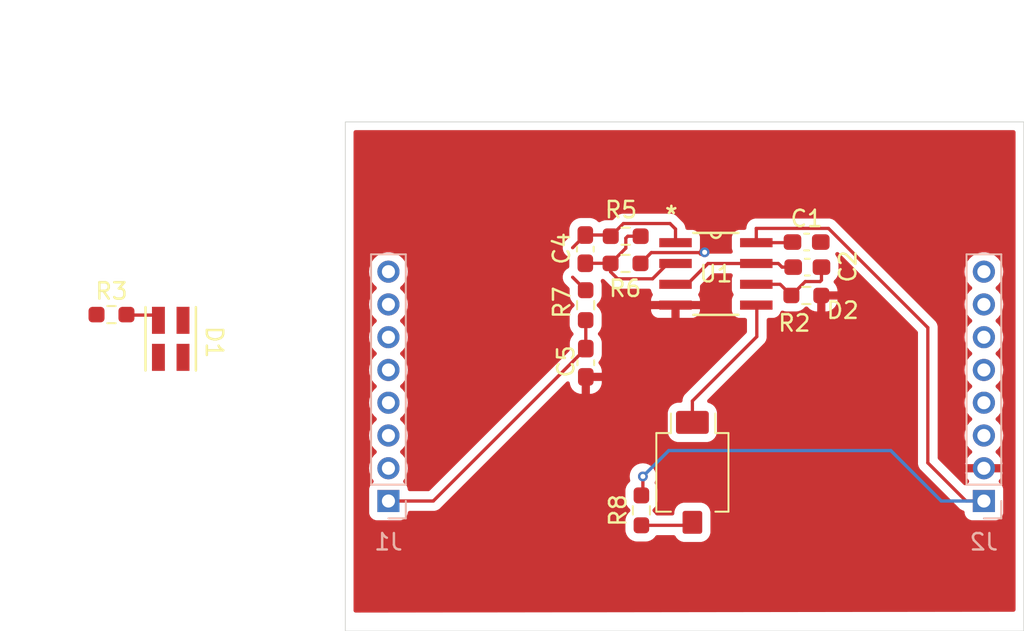
<source format=kicad_pcb>
(kicad_pcb (version 20240108) (generator "pcbnew") (generator_version "8.0")
  (layers (0 "F.Cu" signal) (31 "B.Cu" signal) (34 "B.Paste" user) (35 "F.Paste" user) (36 "B.SilkS" user "B.Silkscreen") (37 "F.SilkS" user "F.Silkscreen") (38 "B.Mask" user) (39 "F.Mask" user) (44 "Edge.Cuts" user))
  (net 0 "")
  (net 1 "GND")
  (net 2 "SDA")
  (net 4 "+3.3V")
  (net 5 "SCL")
  (net 6 "OUT")
  (net 8 "Net-(U1A-+)")
  (net 9 "PWM")
  (net 10 "Net-(U1B--)")
  (net 11 "Net-(U1A--)")
  (net 12 "Net-(C4-Pad1)")
  (net 13 "PPG_IN")
  (net 14 "Net-(D1-A)")
  (net 15 "Net-(D2-K)")
  (net 20 "ADC_IN_6")
  (net 21 "ADC_IN_7")
  (net 22 "Temper")
  (net 23 "ADC_IN_8")
  (footprint "ALL_FOOTRPINTS:SFH4250S_2P9X3P4_OSR" (layer "F.Cu") (at 33.5103 106.14 -90)
    (property "Reference" "D1" (at 0.1997 -2.66 -90) (layer "F.SilkS"))
    (property "Value" "LED")
    (fp_line (start -1.9304 1.5367) (end 1.9304 1.5367) (stroke (width 0.1524)) (layer "F.SilkS"))
    (fp_line (start 1.9304 -1.5367) (end -1.9304 -1.5367) (stroke (width 0.1524)) (layer "F.SilkS"))
    (pad "1" smd rect (at -1.1303 -0.75) (size 0.7874 1.651) (layers "F.Cu" "F.Paste" "F.Mask") (net 1 "GND"))
    (pad "2" smd rect (at -1.1303 0.75) (size 0.7874 1.651) (layers "F.Cu" "F.Paste" "F.Mask") (net 14 "Net-(D1-A)"))
    (pad "3" smd rect (at 1.1303 0.75) (size 0.7874 1.651) (layers "F.Cu" "F.Paste" "F.Mask"))
    (pad "4" smd rect (at 1.1303 -0.75) (size 0.7874 1.651) (layers "F.Cu" "F.Paste" "F.Mask"))
  )
  (footprint "Resistor_SMD:R_0603_1608Metric_Pad0.98x0.95mm_HandSolder" (layer "F.Cu") (at 61.2613 99.875)
    (property "Reference" "R5" (at -0.2825 -1.61 360) (layer "F.SilkS"))
    (property "Value" "25k")
    (fp_line (start -0.254724 -0.5225) (end 0.254724 -0.5225) (stroke (width 0.12)) (layer "F.SilkS"))
    (fp_line (start -0.254724 0.5225) (end 0.254724 0.5225) (stroke (width 0.12)) (layer "F.SilkS"))
    (pad "1" smd roundrect (at -0.9125 0) (size 0.975 0.95) (layers "F.Cu" "F.Paste" "F.Mask") (net 12 "Net-(C4-Pad1)"))
    (pad "2" smd roundrect (at 0.9125 0) (size 0.975 0.95) (layers "F.Cu" "F.Paste" "F.Mask") (net 11 "Net-(U1A--)"))
  )
  (footprint "Capacitor_SMD:C_0603_1608Metric_Pad1.08x0.95mm_HandSolder" (layer "F.Cu") (at 72.34 101.7625)
    (property "Reference" "C2" (at 2.4775 -0.04 90) (layer "F.SilkS"))
    (property "Value" "10pF")
    (fp_line (start -0.146267 -0.51) (end 0.146267 -0.51) (stroke (width 0.12)) (layer "F.SilkS"))
    (fp_line (start -0.146267 0.51) (end 0.146267 0.51) (stroke (width 0.12)) (layer "F.SilkS"))
    (pad "1" smd roundrect (at -0.8625 0) (size 1.075 0.95) (layers "F.Cu" "F.Paste" "F.Mask") (net 8 "Net-(U1A-+)"))
    (pad "2" smd roundrect (at 0.8625 0) (size 1.075 0.95) (layers "F.Cu" "F.Paste" "F.Mask") (net 10 "Net-(U1B--)"))
  )
  (footprint "Resistor_SMD:R_0603_1608Metric_Pad0.98x0.95mm_HandSolder" (layer "F.Cu") (at 61.2513 101.535 180)
    (property "Reference" "R6" (at 0.0237 -1.5312 360) (layer "F.SilkS"))
    (property "Value" "25k")
    (fp_line (start -0.254724 0.5225) (end 0.254724 0.5225) (stroke (width 0.12)) (layer "F.SilkS"))
    (fp_line (start -0.254724 -0.5225) (end 0.254724 -0.5225) (stroke (width 0.12)) (layer "F.SilkS"))
    (pad "1" smd roundrect (at -0.9125 0 180) (size 0.975 0.95) (layers "F.Cu" "F.Paste" "F.Mask") (net 1 "GND"))
    (pad "2" smd roundrect (at 0.9125 0 180) (size 0.975 0.95) (layers "F.Cu" "F.Paste" "F.Mask") (net 11 "Net-(U1A--)"))
  )
  (footprint "Capacitor_SMD:C_0603_1608Metric_Pad1.08x0.95mm_HandSolder" (layer "F.Cu") (at 58.8276 107.5987 90)
    (property "Reference" "C5" (at 0.08 -1.21 90) (layer "F.SilkS"))
    (property "Value" "C")
    (fp_line (start -0.146267 -0.51) (end 0.146267 -0.51) (stroke (width 0.12)) (layer "F.SilkS"))
    (fp_line (start -0.146267 0.51) (end 0.146267 0.51) (stroke (width 0.12)) (layer "F.SilkS"))
    (pad "1" smd roundrect (at -0.8625 0 90) (size 1.075 0.95) (layers "F.Cu" "F.Paste" "F.Mask") (net 1 "GND"))
    (pad "2" smd roundrect (at 0.8625 0 90) (size 1.075 0.95) (layers "F.Cu" "F.Paste" "F.Mask") (net 20 "ADC_IN_6"))
  )
  (footprint "OptoDevice:Osram_BPW34S-SMD" (layer "F.Cu") (at 65.33 114.29 -90)
    (property "Reference" "D2" (at -9.8863 -9.1663 180) (layer "F.SilkS"))
    (property "Value" "BPW34-SMD")
    (fp_line (start -2.4 2.2) (end 2.4 2.2) (stroke (width 0.12)) (layer "F.SilkS"))
    (fp_line (start 2.4 2.2) (end 2.4 1.31) (stroke (width 0.12)) (layer "F.SilkS"))
    (fp_line (start -3.59 1.31) (end -2.4 1.31) (stroke (width 0.12)) (layer "F.SilkS"))
    (fp_line (start -2.4 1.31) (end -2.4 2.2) (stroke (width 0.12)) (layer "F.SilkS"))
    (fp_line (start -2.41 -1.4) (end -3.59 -1.4) (stroke (width 0.12)) (layer "F.SilkS"))
    (fp_line (start 2.4 -1.4) (end 2.4 -2.2) (stroke (width 0.12)) (layer "F.SilkS"))
    (fp_line (start -2.4 -2.2) (end -2.4 -1.4) (stroke (width 0.12)) (layer "F.SilkS"))
    (fp_line (start 2.4 -2.2) (end -2.4 -2.2) (stroke (width 0.12)) (layer "F.SilkS"))
    (pad "1" smd roundrect (at -3.05 0 90) (size 1.4 2) (layers "F.Cu" "F.Mask") (roundrect_rratio 0.125) (net 15 "Net-(D2-K)"))
    (pad "2" smd roundrect (at 3.05 0 90) (size 1.4 1.2) (layers "F.Cu" "F.Mask") (roundrect_rratio 0.125) (net 13 "PPG_IN"))
  )
  (footprint "Capacitor_SMD:C_0603_1608Metric_Pad1.08x0.95mm_HandSolder" (layer "F.Cu") (at 72.2975 100.2325)
    (property "Reference" "C1" (at 0 -1.43 360) (layer "F.SilkS"))
    (property "Value" "C")
    (fp_line (start -0.146267 -0.51) (end 0.146267 -0.51) (stroke (width 0.12)) (layer "F.SilkS"))
    (fp_line (start -0.146267 0.51) (end 0.146267 0.51) (stroke (width 0.12)) (layer "F.SilkS"))
    (pad "1" smd roundrect (at -0.8625 0) (size 1.075 0.95) (layers "F.Cu" "F.Paste" "F.Mask") (net 4 "+3.3V"))
    (pad "2" smd roundrect (at 0.8625 0) (size 1.075 0.95) (layers "F.Cu" "F.Paste" "F.Mask") (net 1 "GND"))
  )
  (footprint "Resistor_SMD:R_0603_1608Metric_Pad0.98x0.95mm_HandSolder" (layer "F.Cu") (at 58.8188 104.085 -90)
    (property "Reference" "R7" (at -0.1675 1.4488 90) (layer "F.SilkS"))
    (property "Value" "R")
    (fp_line (start -0.254724 0.5225) (end 0.254724 0.5225) (stroke (width 0.12)) (layer "F.SilkS"))
    (fp_line (start -0.254724 -0.5225) (end 0.254724 -0.5225) (stroke (width 0.12)) (layer "F.SilkS"))
    (pad "1" smd roundrect (at -0.9125 0 270) (size 0.975 0.95) (layers "F.Cu" "F.Paste" "F.Mask") (net 12 "Net-(C4-Pad1)"))
    (pad "2" smd roundrect (at 0.9125 0 270) (size 0.975 0.95) (layers "F.Cu" "F.Paste" "F.Mask") (net 20 "ADC_IN_6"))
  )
  (footprint "Resistor_SMD:R_0603_1608Metric_Pad0.98x0.95mm_HandSolder" (layer "F.Cu") (at 29.8978 104.6603)
    (property "Reference" "R3" (at 0 -1.43 360) (layer "F.SilkS"))
    (property "Value" "R")
    (fp_line (start -0.254724 -0.5225) (end 0.254724 -0.5225) (stroke (width 0.12)) (layer "F.SilkS"))
    (fp_line (start -0.254724 0.5225) (end 0.254724 0.5225) (stroke (width 0.12)) (layer "F.SilkS"))
    (pad "1" smd roundrect (at -0.9125 0) (size 0.975 0.95) (layers "F.Cu" "F.Paste" "F.Mask") (net 9 "PWM"))
    (pad "2" smd roundrect (at 0.9125 0) (size 0.975 0.95) (layers "F.Cu" "F.Paste" "F.Mask") (net 14 "Net-(D1-A)"))
  )
  (footprint "Resistor_SMD:R_0603_1608Metric_Pad0.98x0.95mm_HandSolder" (layer "F.Cu") (at 62.22 116.61 90)
    (property "Reference" "R8" (at 0 -1.43 90) (layer "F.SilkS"))
    (property "Value" "R")
    (fp_line (start -0.254724 -0.5225) (end 0.254724 -0.5225) (stroke (width 0.12)) (layer "F.SilkS"))
    (fp_line (start -0.254724 0.5225) (end 0.254724 0.5225) (stroke (width 0.12)) (layer "F.SilkS"))
    (pad "1" smd roundrect (at -0.9125 0 90) (size 0.975 0.95) (layers "F.Cu" "F.Paste" "F.Mask") (net 13 "PPG_IN"))
    (pad "2" smd roundrect (at 0.9125 0 90) (size 0.975 0.95) (layers "F.Cu" "F.Paste" "F.Mask") (net 4 "+3.3V"))
  )
  (footprint "Capacitor_SMD:C_0603_1608Metric_Pad1.08x0.95mm_HandSolder" (layer "F.Cu") (at 58.7988 100.665 -90)
    (property "Reference" "C4" (at -0.04 1.45 90) (layer "F.SilkS"))
    (property "Value" "10pF")
    (fp_line (start -0.146267 0.51) (end 0.146267 0.51) (stroke (width 0.12)) (layer "F.SilkS"))
    (fp_line (start -0.146267 -0.51) (end 0.146267 -0.51) (stroke (width 0.12)) (layer "F.SilkS"))
    (pad "1" smd roundrect (at -0.8625 0 270) (size 1.075 0.95) (layers "F.Cu" "F.Paste" "F.Mask") (net 12 "Net-(C4-Pad1)"))
    (pad "2" smd roundrect (at 0.8625 0 270) (size 1.075 0.95) (layers "F.Cu" "F.Paste" "F.Mask") (net 11 "Net-(U1A--)"))
  )
  (footprint "Resistor_SMD:R_0603_1608Metric_Pad0.98x0.95mm_HandSolder" (layer "F.Cu") (at 72.28 103.4925 180)
    (property "Reference" "R2" (at 0.7325 -1.69 360) (layer "F.SilkS"))
    (property "Value" "R")
    (fp_line (start -0.254724 0.5225) (end 0.254724 0.5225) (stroke (width 0.12)) (layer "F.SilkS"))
    (fp_line (start -0.254724 -0.5225) (end 0.254724 -0.5225) (stroke (width 0.12)) (layer "F.SilkS"))
    (pad "1" smd roundrect (at -0.9125 0 180) (size 0.975 0.95) (layers "F.Cu" "F.Paste" "F.Mask") (net 1 "GND"))
    (pad "2" smd roundrect (at 0.9125 0 180) (size 0.975 0.95) (layers "F.Cu" "F.Paste" "F.Mask") (net 10 "Net-(U1B--)"))
  )
  (footprint "ALL_FOOTRPINTS:D8" (layer "F.Cu") (at 66.7638 102.175)
    (property "Reference" "U1" (at 0 0 0) (layer "F.SilkS"))
    (property "Value" "OPA2356xxDGK")
    (fp_line (start -1.373653 2.5019) (end 1.373653 2.5019) (stroke (width 0.1524)) (layer "F.SilkS"))
    (fp_line (start 1.373653 -2.5019) (end -1.373653 -2.5019) (stroke (width 0.1524)) (layer "F.SilkS"))
    (fp_arc (start 0.3048 -2.5019) (mid 0 -2.1971) (end -0.3048 -2.5019) (stroke (width 0.1524)) (layer "F.SilkS"))
    (fp_text user "*" (at -2.7178 -3.6068 360) (layer "F.SilkS"))
    (fp_text user "*" (at -2.7178 -3.6068 0) (layer "F.SilkS"))
    (pad "1" smd rect (at -2.4638 -1.905) (size 1.9812 0.5588) (layers "F.Cu" "F.Paste" "F.Mask") (net 12 "Net-(C4-Pad1)"))
    (pad "2" smd rect (at -2.4638 -0.635) (size 1.9812 0.5588) (layers "F.Cu" "F.Paste" "F.Mask") (net 11 "Net-(U1A--)"))
    (pad "3" smd rect (at -2.4638 0.635) (size 1.9812 0.5588) (layers "F.Cu" "F.Paste" "F.Mask") (net 8 "Net-(U1A-+)"))
    (pad "4" smd rect (at -2.4638 1.905) (size 1.9812 0.5588) (layers "F.Cu" "F.Paste" "F.Mask") (net 1 "GND"))
    (pad "5" smd rect (at 2.4638 1.905) (size 1.9812 0.5588) (layers "F.Cu" "F.Paste" "F.Mask") (net 15 "Net-(D2-K)"))
    (pad "6" smd rect (at 2.4638 0.635) (size 1.9812 0.5588) (layers "F.Cu" "F.Paste" "F.Mask") (net 10 "Net-(U1B--)"))
    (pad "7" smd rect (at 2.4638 -0.635) (size 1.9812 0.5588) (layers "F.Cu" "F.Paste" "F.Mask") (net 8 "Net-(U1A-+)"))
    (pad "8" smd rect (at 2.4638 -1.905) (size 1.9812 0.5588) (layers "F.Cu" "F.Paste" "F.Mask") (net 4 "+3.3V"))
  )
  (footprint "Connector_PinSocket_2.00mm:PinSocket_1x08_P2.00mm_Vertical" (layer "B.Cu") (at 46.79 116.04)
    (property "Reference" "J1" (at 0 2.5 0) (layer "B.SilkS") (effects (justify mirror)))
    (property "Value" "Conn_01x08_Pin")
    (fp_line (start -1.06 -15.06) (end -1.06 -1) (stroke (width 0.12)) (layer "B.SilkS"))
    (fp_line (start 1.06 -15.06) (end -1.06 -15.06) (stroke (width 0.12)) (layer "B.SilkS"))
    (fp_line (start 1.06 -15.06) (end 1.06 -1) (stroke (width 0.12)) (layer "B.SilkS"))
    (fp_line (start 1.06 -1) (end -1.06 -1) (stroke (width 0.12)) (layer "B.SilkS"))
    (fp_line (start 1.06 0) (end 1.06 1.06) (stroke (width 0.12)) (layer "B.SilkS"))
    (fp_line (start 1.06 1.06) (end 0 1.06) (stroke (width 0.12)) (layer "B.SilkS"))
    (pad "1" thru_hole rect (at 0 0) (size 1.35 1.35) (drill 0.8) (layers "*.Cu" "*.Mask") (net 20 "ADC_IN_6"))
    (pad "2" thru_hole oval (at 0 -2) (size 1.35 1.35) (drill 0.8) (layers "*.Cu" "*.Mask") (net 21 "ADC_IN_7"))
    (pad "3" thru_hole oval (at 0 -4) (size 1.35 1.35) (drill 0.8) (layers "*.Cu" "*.Mask") (net 23 "ADC_IN_8"))
    (pad "4" thru_hole oval (at 0 -6) (size 1.35 1.35) (drill 0.8) (layers "*.Cu" "*.Mask") (net 22 "Temper"))
    (pad "5" thru_hole oval (at 0 -8) (size 1.35 1.35) (drill 0.8) (layers "*.Cu" "*.Mask"))
    (pad "6" thru_hole oval (at 0 -10) (size 1.35 1.35) (drill 0.8) (layers "*.Cu" "*.Mask"))
    (pad "7" thru_hole oval (at 0 -12) (size 1.35 1.35) (drill 0.8) (layers "*.Cu" "*.Mask") (net 9 "PWM"))
    (pad "8" thru_hole oval (at 0 -14) (size 1.35 1.35) (drill 0.8) (layers "*.Cu" "*.Mask") (net 6 "OUT"))
  )
  (footprint "Connector_PinSocket_2.00mm:PinSocket_1x08_P2.00mm_Vertical" (layer "B.Cu") (at 83.11 116.04)
    (property "Reference" "J2" (at 0 2.5 0) (layer "B.SilkS") (effects (justify mirror)))
    (property "Value" "Conn_01x08_Pin")
    (fp_line (start -1.06 -15.06) (end -1.06 -1) (stroke (width 0.12)) (layer "B.SilkS"))
    (fp_line (start 1.06 -15.06) (end -1.06 -15.06) (stroke (width 0.12)) (layer "B.SilkS"))
    (fp_line (start 1.06 -15.06) (end 1.06 -1) (stroke (width 0.12)) (layer "B.SilkS"))
    (fp_line (start 1.06 -1) (end -1.06 -1) (stroke (width 0.12)) (layer "B.SilkS"))
    (fp_line (start 1.06 0) (end 1.06 1.06) (stroke (width 0.12)) (layer "B.SilkS"))
    (fp_line (start 1.06 1.06) (end 0 1.06) (stroke (width 0.12)) (layer "B.SilkS"))
    (pad "1" thru_hole rect (at 0 0) (size 1.35 1.35) (drill 0.8) (layers "*.Cu" "*.Mask") (net 4 "+3.3V"))
    (pad "2" thru_hole oval (at 0 -2) (size 1.35 1.35) (drill 0.8) (layers "*.Cu" "*.Mask") (net 1 "GND"))
    (pad "3" thru_hole oval (at 0 -4) (size 1.35 1.35) (drill 0.8) (layers "*.Cu" "*.Mask") (net 5 "SCL"))
    (pad "4" thru_hole oval (at 0 -6) (size 1.35 1.35) (drill 0.8) (layers "*.Cu" "*.Mask") (net 2 "SDA"))
    (pad "5" thru_hole oval (at 0 -8) (size 1.35 1.35) (drill 0.8) (layers "*.Cu" "*.Mask"))
    (pad "6" thru_hole oval (at 0 -10) (size 1.35 1.35) (drill 0.8) (layers "*.Cu" "*.Mask"))
    (pad "7" thru_hole oval (at 0 -12) (size 1.35 1.35) (drill 0.8) (layers "*.Cu" "*.Mask"))
    (pad "8" thru_hole oval (at 0 -14) (size 1.35 1.35) (drill 0.8) (layers "*.Cu" "*.Mask"))
  )
  (gr_rect (start 44.161011 92.898114) (end 85.541011 123.978114) (stroke (width 0.05)) (fill none) (layer "Edge.Cuts"))
  (segment (start 62.8226 100.8762) (end 66.0076 100.8762) (width 0.2) (layer "F.Cu") (net 1))
  (segment (start 66.0276 100.8562) (end 66.0776 100.8562) (width 0.2) (layer "F.Cu") (net 1))
  (segment (start 66.0776 100.8562) (end 66.0776 100.8062) (width 0.2) (layer "F.Cu") (net 1))
  (segment (start 62.1638 101.535) (end 62.8226 100.8762) (width 0.2) (layer "F.Cu") (net 1))
  (segment (start 66.0076 100.8762) (end 66.0276 100.8562) (width 0.2) (layer "F.Cu") (net 1))
  (segment (start 66.0776 100.8062) (end 66.0376 100.8462) (width 0.2) (layer "F.Cu") (net 1))
  (via (at 66.0776 100.8562) (size 0.6) (drill 0.3) (layers "F.Cu" "B.Cu") (net 1))
  (segment (start 73.628522 99.3968) (end 79.69 105.458278) (width 0.2) (layer "F.Cu") (net 4))
  (segment (start 82.02 116.04) (end 83.11 116.04) (width 0.2) (layer "F.Cu") (net 4))
  (segment (start 69.2276 100.27) (end 69.2276 99.3968) (width 0.2) (layer "F.Cu") (net 4))
  (segment (start 69.2276 99.3968) (end 73.628522 99.3968) (width 0.2) (layer "F.Cu") (net 4))
  (segment (start 62.31 114.54) (end 62.31 115.6075) (width 0.2) (layer "F.Cu") (net 4))
  (segment (start 62.31 115.6075) (end 62.22 115.6975) (width 0.2) (layer "F.Cu") (net 4))
  (segment (start 69.2276 100.27) (end 68.5164 100.27) (width 0.2) (layer "F.Cu") (net 4))
  (segment (start 71.4 100.2675) (end 71.435 100.2325) (width 0.2) (layer "F.Cu") (net 4))
  (segment (start 79.69 113.71) (end 82.02 116.04) (width 0.2) (layer "F.Cu") (net 4))
  (segment (start 69.2276 100.27) (end 71.3613 100.27) (width 0.2) (layer "F.Cu") (net 4))
  (segment (start 79.69 105.458278) (end 79.69 113.71) (width 0.2) (layer "F.Cu") (net 4))
  (via (at 62.31 114.54) (size 0.6) (drill 0.3) (layers "F.Cu" "B.Cu") (net 4))
  (segment (start 62.31 114.54) (end 63.89 112.96) (width 0.2) (layer "B.Cu") (net 4))
  (segment (start 63.89 112.96) (end 77.43 112.96) (width 0.2) (layer "B.Cu") (net 4))
  (segment (start 80.51 116.04) (end 83.11 116.04) (width 0.2) (layer "B.Cu") (net 4))
  (segment (start 77.43 112.96) (end 80.51 116.04) (width 0.2) (layer "B.Cu") (net 4))
  (segment (start 70.7975 101.7625) (end 70.5725 101.5375) (width 0.2) (layer "F.Cu") (net 8))
  (segment (start 70.5338 101.54) (end 69.2276 101.54) (width 0.2) (layer "F.Cu") (net 8))
  (segment (start 64.3 102.81) (end 65.0112 102.81) (width 0.2) (layer "F.Cu") (net 8))
  (segment (start 66.2812 101.54) (end 69.2276 101.54) (width 0.2) (layer "F.Cu") (net 8))
  (segment (start 69.2276 101.54) (end 69.2276 101.5162) (width 0.2) (layer "F.Cu") (net 8))
  (segment (start 71.4775 101.7625) (end 70.7975 101.7625) (width 0.2) (layer "F.Cu") (net 8))
  (segment (start 65.0112 102.81) (end 66.2812 101.54) (width 0.2) (layer "F.Cu") (net 8))
  (segment (start 73.1175 102.6425) (end 73.2025 102.5575) (width 0.2) (layer "F.Cu") (net 10))
  (segment (start 71.4825 103.4925) (end 71.3675 103.4925) (width 0.2) (layer "F.Cu") (net 10))
  (segment (start 70.6825 102.8075) (end 71.3675 103.4925) (width 0.2) (layer "F.Cu") (net 10))
  (segment (start 72.2175 102.6425) (end 73.1175 102.6425) (width 0.2) (layer "F.Cu") (net 10))
  (segment (start 71.3675 103.4925) (end 72.2175 102.6425) (width 0.2) (layer "F.Cu") (net 10))
  (segment (start 69.2276 102.81) (end 70.6438 102.81) (width 0.2) (layer "F.Cu") (net 10))
  (segment (start 73.2025 102.5575) (end 73.2025 101.7625) (width 0.2) (layer "F.Cu") (net 10))
  (segment (start 60.3388 102.0474) (end 60.7676 102.4762) (width 0.2) (layer "F.Cu") (net 11))
  (segment (start 60.7676 102.4762) (end 62.8976 102.4762) (width 0.2) (layer "F.Cu") (net 11))
  (segment (start 61.2688 99.995) (end 61.3888 99.875) (width 0.2) (layer "F.Cu") (net 11))
  (segment (start 61.3888 99.875) (end 62.1738 99.875) (width 0.2) (layer "F.Cu") (net 11))
  (segment (start 60.3388 101.535) (end 61.2688 100.605) (width 0.2) (layer "F.Cu") (net 11))
  (segment (start 60.3388 101.535) (end 60.3388 102.0474) (width 0.2) (layer "F.Cu") (net 11))
  (segment (start 62.8976 102.4762) (end 63.8338 101.54) (width 0.2) (layer "F.Cu") (net 11))
  (segment (start 60.3313 101.5275) (end 60.3388 101.535) (width 0.2) (layer "F.Cu") (net 11))
  (segment (start 63.8338 101.54) (end 64.3 101.54) (width 0.2) (layer "F.Cu") (net 11))
  (segment (start 58.7988 101.5275) (end 60.3313 101.5275) (width 0.2) (layer "F.Cu") (net 11))
  (segment (start 61.2688 100.605) (end 61.2688 99.995) (width 0.2) (layer "F.Cu") (net 11))
  (segment (start 60.3488 99.875) (end 61.1238 99.1) (width 0.2) (layer "F.Cu") (net 12))
  (segment (start 58.8188 103.1725) (end 58.0238 102.3775) (width 0.2) (layer "F.Cu") (net 12))
  (segment (start 63.9638 99.1) (end 64.3 99.4362) (width 0.2) (layer "F.Cu") (net 12))
  (segment (start 64.3 99.4362) (end 64.3 100.27) (width 0.2) (layer "F.Cu") (net 12))
  (segment (start 61.1238 99.1) (end 63.9638 99.1) (width 0.2) (layer "F.Cu") (net 12))
  (segment (start 60.2763 99.8025) (end 60.3488 99.875) (width 0.2) (layer "F.Cu") (net 12))
  (segment (start 58.8713 99.885) (end 58.7788 99.7925) (width 0.2) (layer "F.Cu") (net 12))
  (segment (start 58.7988 99.8025) (end 60.2763 99.8025) (width 0.2) (layer "F.Cu") (net 12))
  (segment (start 58.0238 100.5775) (end 58.7988 99.8025) (width 0.2) (layer "F.Cu") (net 12))
  (segment (start 65.1475 117.5225) (end 65.33 117.34) (width 0.2) (layer "F.Cu") (net 13))
  (segment (start 62.22 117.5225) (end 65.1475 117.5225) (width 0.2) (layer "F.Cu") (net 13))
  (segment (start 30.84 104.69) (end 30.7928 104.6428) (width 0.2) (layer "F.Cu") (net 14))
  (segment (start 32.6503 104.69) (end 30.84 104.69) (width 0.2) (layer "F.Cu") (net 14))
  (segment (start 69.2588 106.0044) (end 65.33 109.9332) (width 0.2) (layer "F.Cu") (net 15))
  (segment (start 69.2276 104.08) (end 69.2588 104.1112) (width 0.2) (layer "F.Cu") (net 15))
  (segment (start 69.2588 104.1112) (end 69.2588 106.0044) (width 0.2) (layer "F.Cu") (net 15))
  (segment (start 65.33 109.9332) (end 65.33 111.24) (width 0.2) (layer "F.Cu") (net 15))
  (segment (start 49.5238 116.04) (end 58.8276 106.7362) (width 0.2) (layer "F.Cu") (net 20))
  (segment (start 58.8276 105.0912) (end 58.8276 106.7362) (width 0.2) (layer "F.Cu") (net 20))
  (segment (start 46.79 116.04) (end 49.5238 116.04) (width 0.2) (layer "F.Cu") (net 20))
  (segment (start 46.8 116.05) (end 46.79 116.04) (width 0.2) (layer "B.Cu") (net 20))
  (zone (net 1) (net_name "GND") (layer "F.Cu") (connect_pads (clearance 0.5)) (min_thickness 0.25) (fill yes (thermal_gap 0.5) (thermal_bridge_width 0.5))
    (polygon (pts (xy 44.22 92.97) (xy 85.4 93.01) (xy 85.16 122.8) (xy 44.06 122.85)))
  )
)
</source>
